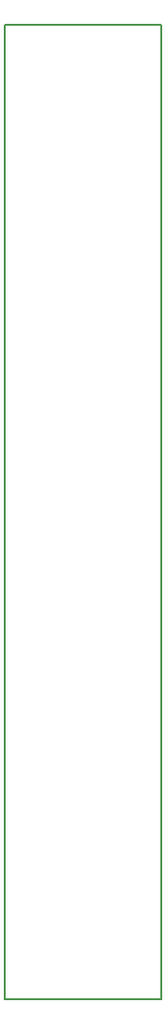
<source format=gbr>
G04 #@! TF.GenerationSoftware,KiCad,Pcbnew,5.0.2*
G04 #@! TF.CreationDate,2020-03-26T08:27:29+01:00*
G04 #@! TF.ProjectId,cowdin-dcdc,636f7764-696e-42d6-9463-64632e6b6963,1*
G04 #@! TF.SameCoordinates,Original*
G04 #@! TF.FileFunction,Profile,NP*
%FSLAX46Y46*%
G04 Gerber Fmt 4.6, Leading zero omitted, Abs format (unit mm)*
G04 Created by KiCad (PCBNEW 5.0.2) date jeu. 26 mars 2020 08:27:29 CET*
%MOMM*%
%LPD*%
G01*
G04 APERTURE LIST*
%ADD10C,0.150000*%
G04 APERTURE END LIST*
D10*
X141500000Y-61750000D02*
X141500000Y-148250000D01*
X155500000Y-61750000D02*
X155500000Y-148250000D01*
X141500000Y-148250000D02*
X155500000Y-148250000D01*
X141500000Y-61750000D02*
X155500000Y-61750000D01*
M02*

</source>
